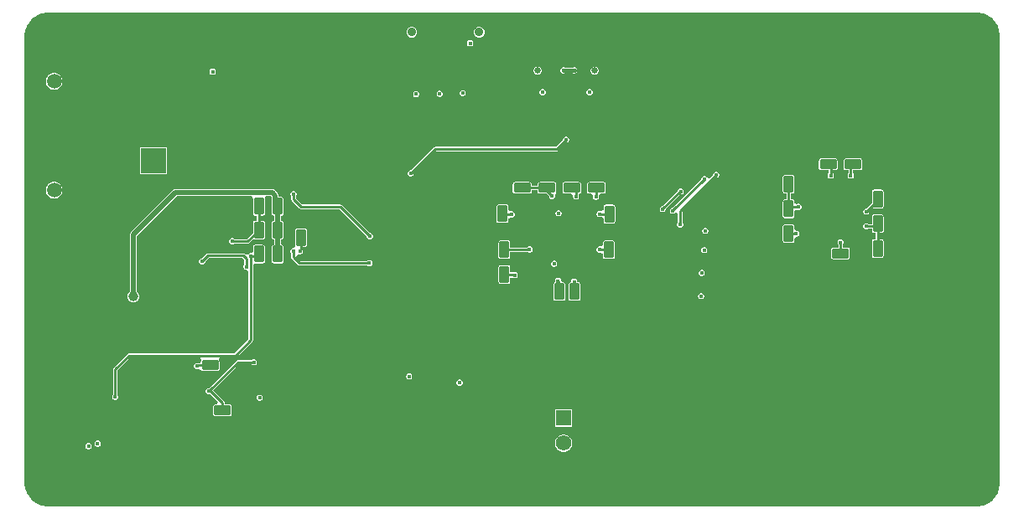
<source format=gbl>
G04*
G04 #@! TF.GenerationSoftware,Altium Limited,Altium Designer,25.4.2 (15)*
G04*
G04 Layer_Physical_Order=4*
G04 Layer_Color=16711680*
%FSLAX44Y44*%
%MOMM*%
G71*
G04*
G04 #@! TF.SameCoordinates,69983CE8-C732-48D4-ACAD-208037422C18*
G04*
G04*
G04 #@! TF.FilePolarity,Positive*
G04*
G01*
G75*
%ADD21R,1.6000X5.0000*%
G04:AMPARAMS|DCode=32|XSize=1mm|YSize=1.7mm|CornerRadius=0.125mm|HoleSize=0mm|Usage=FLASHONLY|Rotation=0.000|XOffset=0mm|YOffset=0mm|HoleType=Round|Shape=RoundedRectangle|*
%AMROUNDEDRECTD32*
21,1,1.0000,1.4500,0,0,0.0*
21,1,0.7500,1.7000,0,0,0.0*
1,1,0.2500,0.3750,-0.7250*
1,1,0.2500,-0.3750,-0.7250*
1,1,0.2500,-0.3750,0.7250*
1,1,0.2500,0.3750,0.7250*
%
%ADD32ROUNDEDRECTD32*%
G04:AMPARAMS|DCode=37|XSize=1mm|YSize=1.7mm|CornerRadius=0.125mm|HoleSize=0mm|Usage=FLASHONLY|Rotation=270.000|XOffset=0mm|YOffset=0mm|HoleType=Round|Shape=RoundedRectangle|*
%AMROUNDEDRECTD37*
21,1,1.0000,1.4500,0,0,270.0*
21,1,0.7500,1.7000,0,0,270.0*
1,1,0.2500,-0.7250,-0.3750*
1,1,0.2500,-0.7250,0.3750*
1,1,0.2500,0.7250,0.3750*
1,1,0.2500,0.7250,-0.3750*
%
%ADD37ROUNDEDRECTD37*%
%ADD96C,1.5700*%
%ADD97R,1.5700X1.5700*%
%ADD102C,0.9000*%
%ADD107C,0.2540*%
%ADD110C,0.3810*%
%ADD112R,2.5500X2.5500*%
%ADD113C,2.5500*%
%ADD114C,1.5080*%
%ADD115C,0.4500*%
%ADD116C,5.0000*%
%ADD117O,1.0000X2.1000*%
%ADD118C,0.6500*%
%ADD119O,1.0000X1.8000*%
%ADD120C,1.0000*%
%ADD121C,0.5000*%
%ADD122C,0.6000*%
%ADD123C,0.5000*%
G36*
X959600Y500000D02*
X959600Y500000D01*
X962102Y500000D01*
X967009Y499024D01*
X971631Y497109D01*
X975791Y494329D01*
X979329Y490792D01*
X982109Y486631D01*
X984024Y482009D01*
X985000Y477102D01*
X985000Y474600D01*
X985000Y25400D01*
X985000Y25400D01*
X985000Y22898D01*
X984024Y17991D01*
X982109Y13369D01*
X979329Y9208D01*
X975791Y5670D01*
X971631Y2891D01*
X967009Y976D01*
X962102Y0D01*
X959600Y0D01*
X55000Y0D01*
X22898D01*
X17991Y976D01*
X13369Y2891D01*
X9208Y5670D01*
X5670Y9208D01*
X2891Y13369D01*
X976Y17991D01*
X0Y22898D01*
Y25400D01*
Y474600D01*
Y477102D01*
X976Y482009D01*
X2891Y486631D01*
X5670Y490792D01*
X9208Y494329D01*
X13369Y497109D01*
X17991Y499024D01*
X22898Y500000D01*
X959600D01*
X959600Y500000D01*
D02*
G37*
%LPC*%
G36*
X460072Y485389D02*
X457928D01*
X455947Y484569D01*
X454431Y483053D01*
X453611Y481072D01*
Y478928D01*
X454431Y476947D01*
X455947Y475431D01*
X457928Y474611D01*
X460072D01*
X462053Y475431D01*
X463569Y476947D01*
X464389Y478928D01*
Y481072D01*
X463569Y483053D01*
X462053Y484569D01*
X460072Y485389D01*
D02*
G37*
G36*
X392072D02*
X389928D01*
X387947Y484569D01*
X386431Y483053D01*
X385611Y481072D01*
Y478928D01*
X386431Y476947D01*
X387947Y475431D01*
X389928Y474611D01*
X392072D01*
X394053Y475431D01*
X395569Y476947D01*
X396389Y478928D01*
Y481072D01*
X395569Y483053D01*
X394053Y484569D01*
X392072Y485389D01*
D02*
G37*
G36*
X450624Y471889D02*
X449376D01*
X448222Y471411D01*
X447339Y470528D01*
X446861Y469374D01*
Y468126D01*
X447339Y466972D01*
X448222Y466089D01*
X449376Y465611D01*
X450624D01*
X451778Y466089D01*
X452661Y466972D01*
X453139Y468126D01*
Y469374D01*
X452661Y470528D01*
X451778Y471411D01*
X450624Y471889D01*
D02*
G37*
G36*
X555624Y444389D02*
X554376D01*
X553675Y444099D01*
X545575D01*
X544874Y444389D01*
X543626D01*
X542472Y443911D01*
X541589Y443028D01*
X541111Y441874D01*
Y440626D01*
X541589Y439472D01*
X542472Y438589D01*
X543626Y438111D01*
X544874D01*
X545575Y438401D01*
X553675D01*
X554376Y438111D01*
X555624D01*
X556778Y438589D01*
X557661Y439472D01*
X558139Y440626D01*
Y441874D01*
X557661Y443028D01*
X556778Y443911D01*
X555624Y444389D01*
D02*
G37*
G36*
X190624Y443139D02*
X189376D01*
X188222Y442661D01*
X187339Y441778D01*
X186861Y440624D01*
Y439376D01*
X187339Y438222D01*
X188222Y437339D01*
X189376Y436861D01*
X190624D01*
X191778Y437339D01*
X192661Y438222D01*
X193139Y439376D01*
Y440624D01*
X192661Y441778D01*
X191778Y442661D01*
X190624Y443139D01*
D02*
G37*
G36*
X576723Y445114D02*
X575077D01*
X573555Y444484D01*
X572391Y443320D01*
X571761Y441798D01*
Y440152D01*
X572391Y438630D01*
X573555Y437466D01*
X575077Y436836D01*
X576723D01*
X578245Y437466D01*
X579409Y438630D01*
X580039Y440152D01*
Y441798D01*
X579409Y443320D01*
X578245Y444484D01*
X576723Y445114D01*
D02*
G37*
G36*
X518923D02*
X517277D01*
X515755Y444484D01*
X514591Y443320D01*
X513961Y441798D01*
Y440152D01*
X514591Y438630D01*
X515755Y437466D01*
X517277Y436836D01*
X518923D01*
X520444Y437466D01*
X521609Y438630D01*
X522239Y440152D01*
Y441798D01*
X521609Y443320D01*
X520444Y444484D01*
X518923Y445114D01*
D02*
G37*
G36*
X31110Y438429D02*
X28890D01*
X26746Y437855D01*
X24825Y436745D01*
X23255Y435176D01*
X22145Y433254D01*
X21571Y431110D01*
Y428890D01*
X22145Y426746D01*
X23255Y424824D01*
X24825Y423255D01*
X26746Y422145D01*
X28890Y421571D01*
X31110D01*
X33254Y422145D01*
X35175Y423255D01*
X36745Y424824D01*
X37855Y426746D01*
X38429Y428890D01*
Y431110D01*
X37855Y433254D01*
X36745Y435176D01*
X35175Y436745D01*
X33254Y437855D01*
X31110Y438429D01*
D02*
G37*
G36*
X571374Y422389D02*
X570126D01*
X568972Y421911D01*
X568089Y421028D01*
X567611Y419874D01*
Y418626D01*
X568089Y417472D01*
X568972Y416589D01*
X570126Y416111D01*
X571374D01*
X572528Y416589D01*
X573411Y417472D01*
X573889Y418626D01*
Y419874D01*
X573411Y421028D01*
X572528Y421911D01*
X571374Y422389D01*
D02*
G37*
G36*
X523624D02*
X522376D01*
X521222Y421911D01*
X520339Y421028D01*
X519861Y419874D01*
Y418626D01*
X520339Y417472D01*
X521222Y416589D01*
X522376Y416111D01*
X523624D01*
X524778Y416589D01*
X525661Y417472D01*
X526139Y418626D01*
Y419874D01*
X525661Y421028D01*
X524778Y421911D01*
X523624Y422389D01*
D02*
G37*
G36*
X443124Y421389D02*
X441876D01*
X440722Y420911D01*
X439839Y420028D01*
X439361Y418874D01*
Y417626D01*
X439839Y416472D01*
X440722Y415589D01*
X441876Y415111D01*
X443124D01*
X444278Y415589D01*
X445161Y416472D01*
X445639Y417626D01*
Y418874D01*
X445161Y420028D01*
X444278Y420911D01*
X443124Y421389D01*
D02*
G37*
G36*
X419874Y420639D02*
X418626D01*
X417472Y420161D01*
X416589Y419278D01*
X416111Y418124D01*
Y416876D01*
X416589Y415722D01*
X417472Y414839D01*
X418626Y414361D01*
X419874D01*
X421028Y414839D01*
X421911Y415722D01*
X422389Y416876D01*
Y418124D01*
X421911Y419278D01*
X421028Y420161D01*
X419874Y420639D01*
D02*
G37*
G36*
X396124Y420389D02*
X394876D01*
X393722Y419911D01*
X392839Y419028D01*
X392361Y417874D01*
Y416626D01*
X392839Y415472D01*
X393722Y414589D01*
X394876Y414111D01*
X396124D01*
X397278Y414589D01*
X398161Y415472D01*
X398639Y416626D01*
Y417874D01*
X398161Y419028D01*
X397278Y419911D01*
X396124Y420389D01*
D02*
G37*
G36*
X143639Y363639D02*
X116361D01*
Y336361D01*
X143639D01*
Y363639D01*
D02*
G37*
G36*
X547624Y374389D02*
X546376D01*
X545222Y373911D01*
X544339Y373028D01*
X543861Y371874D01*
Y371224D01*
X536588Y363951D01*
X414500D01*
X413658Y363784D01*
X412943Y363307D01*
X390026Y340389D01*
X389376D01*
X388222Y339911D01*
X387339Y339028D01*
X386861Y337874D01*
Y336626D01*
X387339Y335472D01*
X388222Y334589D01*
X389376Y334111D01*
X390624D01*
X391778Y334589D01*
X392661Y335472D01*
X393139Y336626D01*
Y337276D01*
X415412Y359549D01*
X537500D01*
X538342Y359716D01*
X539057Y360193D01*
X546974Y368111D01*
X547624D01*
X548778Y368589D01*
X549661Y369472D01*
X550139Y370626D01*
Y371874D01*
X549661Y373028D01*
X548778Y373911D01*
X547624Y374389D01*
D02*
G37*
G36*
X699124Y338889D02*
X697876D01*
X696722Y338411D01*
X695839Y337528D01*
X695361Y336374D01*
Y335724D01*
X692057Y332420D01*
X691836Y332393D01*
X689209Y333164D01*
X689161Y333278D01*
X688278Y334161D01*
X687124Y334639D01*
X685876D01*
X684722Y334161D01*
X683839Y333278D01*
X683361Y332124D01*
Y331224D01*
X654526Y302389D01*
X654126D01*
X652972Y301911D01*
X652089Y301028D01*
X651611Y299874D01*
Y298626D01*
X652089Y297472D01*
X652972Y296589D01*
X654126Y296111D01*
X655374D01*
X656528Y296589D01*
X657259Y297320D01*
X658000Y297257D01*
X659799Y296599D01*
Y287738D01*
X659339Y287278D01*
X658861Y286124D01*
Y284876D01*
X659339Y283722D01*
X660222Y282839D01*
X661376Y282361D01*
X662624D01*
X663778Y282839D01*
X664661Y283722D01*
X665139Y284876D01*
Y286124D01*
X664661Y287278D01*
X664201Y287738D01*
Y298338D01*
X698474Y332611D01*
X699124D01*
X700278Y333089D01*
X701161Y333972D01*
X701639Y335126D01*
Y336374D01*
X701161Y337528D01*
X700278Y338411D01*
X699124Y338889D01*
D02*
G37*
G36*
X843750Y352181D02*
X829250D01*
X828415Y352015D01*
X827708Y351542D01*
X827235Y350835D01*
X827069Y350000D01*
Y342500D01*
X827235Y341665D01*
X827708Y340958D01*
X828415Y340485D01*
X829250Y340319D01*
X832049D01*
Y337238D01*
X831589Y336778D01*
X831111Y335624D01*
Y334376D01*
X831589Y333222D01*
X832472Y332339D01*
X833626Y331861D01*
X834874D01*
X836028Y332339D01*
X836911Y333222D01*
X837389Y334376D01*
Y335624D01*
X836911Y336778D01*
X836451Y337238D01*
Y340319D01*
X843750D01*
X844585Y340485D01*
X845292Y340958D01*
X845765Y341665D01*
X845931Y342500D01*
Y350000D01*
X845765Y350835D01*
X845292Y351542D01*
X844585Y352015D01*
X843750Y352181D01*
D02*
G37*
G36*
X818750D02*
X804250D01*
X803415Y352015D01*
X802708Y351542D01*
X802235Y350835D01*
X802069Y350000D01*
Y342500D01*
X802235Y341665D01*
X802708Y340958D01*
X803415Y340485D01*
X804250Y340319D01*
X811799D01*
Y337238D01*
X811339Y336778D01*
X810861Y335624D01*
Y334376D01*
X811339Y333222D01*
X812222Y332339D01*
X813376Y331861D01*
X814624D01*
X815778Y332339D01*
X816661Y333222D01*
X817139Y334376D01*
Y335624D01*
X816661Y336778D01*
X816201Y337238D01*
Y340319D01*
X818750D01*
X819585Y340485D01*
X820292Y340958D01*
X820765Y341665D01*
X820931Y342500D01*
Y350000D01*
X820765Y350835D01*
X820292Y351542D01*
X819585Y352015D01*
X818750Y352181D01*
D02*
G37*
G36*
X534750Y328431D02*
X520250D01*
X519415Y328265D01*
X518708Y327792D01*
X518235Y327085D01*
X518069Y326250D01*
Y324701D01*
X511931D01*
Y326250D01*
X511765Y327085D01*
X511292Y327792D01*
X510585Y328265D01*
X509750Y328431D01*
X495250D01*
X494415Y328265D01*
X493708Y327792D01*
X493235Y327085D01*
X493069Y326250D01*
Y318750D01*
X493235Y317915D01*
X493708Y317208D01*
X494415Y316735D01*
X495250Y316569D01*
X509750D01*
X510585Y316735D01*
X511292Y317208D01*
X511765Y317915D01*
X511931Y318750D01*
Y320299D01*
X518069D01*
Y318750D01*
X518235Y317915D01*
X518708Y317208D01*
X519415Y316735D01*
X520250Y316569D01*
X527068D01*
X529611Y314026D01*
Y313376D01*
X530089Y312222D01*
X530972Y311339D01*
X532126Y310861D01*
X533374D01*
X534528Y311339D01*
X535411Y312222D01*
X535889Y313376D01*
Y314624D01*
X535663Y316188D01*
X536292Y317208D01*
X536765Y317915D01*
X536931Y318750D01*
Y326250D01*
X536765Y327085D01*
X536292Y327792D01*
X535585Y328265D01*
X534750Y328431D01*
D02*
G37*
G36*
X31110Y328429D02*
X28890D01*
X26746Y327855D01*
X24825Y326745D01*
X23255Y325176D01*
X22145Y323254D01*
X21571Y321110D01*
Y318890D01*
X22145Y316747D01*
X23255Y314825D01*
X24825Y313255D01*
X26746Y312146D01*
X28890Y311571D01*
X31110D01*
X33254Y312146D01*
X35175Y313255D01*
X36745Y314825D01*
X37855Y316747D01*
X38429Y318890D01*
Y321110D01*
X37855Y323254D01*
X36745Y325176D01*
X35175Y326745D01*
X33254Y327855D01*
X31110Y328429D01*
D02*
G37*
G36*
X559750Y328431D02*
X545250D01*
X544415Y328265D01*
X543708Y327792D01*
X543235Y327085D01*
X543069Y326250D01*
Y318750D01*
X543235Y317915D01*
X543708Y317208D01*
X544415Y316735D01*
X545250Y316569D01*
X551811D01*
X553611Y314374D01*
Y313126D01*
X554089Y311972D01*
X554972Y311089D01*
X556126Y310611D01*
X557374D01*
X558528Y311089D01*
X559411Y311972D01*
X559889Y313126D01*
Y314374D01*
X560523Y316525D01*
X561263Y317189D01*
X561292Y317208D01*
X561765Y317915D01*
X561931Y318750D01*
Y326250D01*
X561765Y327085D01*
X561292Y327792D01*
X560585Y328265D01*
X559750Y328431D01*
D02*
G37*
G36*
X584750D02*
X570250D01*
X569415Y328265D01*
X568708Y327792D01*
X568235Y327085D01*
X568069Y326250D01*
Y318750D01*
X568235Y317915D01*
X568708Y317208D01*
X569415Y316735D01*
X570250Y316569D01*
X572311D01*
X573861Y314124D01*
Y312876D01*
X574339Y311722D01*
X575222Y310839D01*
X576376Y310361D01*
X577624D01*
X578778Y310839D01*
X579661Y311722D01*
X580139Y312876D01*
Y314124D01*
X581632Y316569D01*
X584750D01*
X585585Y316735D01*
X586292Y317208D01*
X586765Y317915D01*
X586931Y318750D01*
Y326250D01*
X586765Y327085D01*
X586292Y327792D01*
X585585Y328265D01*
X584750Y328431D01*
D02*
G37*
G36*
X865250Y320681D02*
X857750D01*
X856915Y320515D01*
X856208Y320042D01*
X855735Y319335D01*
X855569Y318500D01*
Y307432D01*
X849776Y301639D01*
X849126D01*
X847972Y301161D01*
X847089Y300278D01*
X846611Y299124D01*
Y297876D01*
X847089Y296722D01*
X847972Y295839D01*
X849126Y295361D01*
X850374D01*
X851528Y295839D01*
X852411Y296722D01*
X852889Y297876D01*
Y298526D01*
X856575Y302212D01*
X856915Y301985D01*
X857750Y301819D01*
X865250D01*
X866085Y301985D01*
X866792Y302458D01*
X867265Y303165D01*
X867431Y304000D01*
Y318500D01*
X867265Y319335D01*
X866792Y320042D01*
X866085Y320515D01*
X865250Y320681D01*
D02*
G37*
G36*
X775250Y335681D02*
X767750D01*
X766915Y335515D01*
X766208Y335042D01*
X765735Y334335D01*
X765569Y333500D01*
Y319000D01*
X765735Y318165D01*
X766208Y317458D01*
X766915Y316985D01*
X767750Y316819D01*
X769299D01*
Y310681D01*
X767750D01*
X766915Y310515D01*
X766208Y310042D01*
X765735Y309335D01*
X765569Y308500D01*
Y294000D01*
X765735Y293165D01*
X766208Y292458D01*
X766915Y291985D01*
X767750Y291819D01*
X775250D01*
X776085Y291985D01*
X776792Y292458D01*
X777265Y293165D01*
X777431Y294000D01*
Y299038D01*
X778239Y299652D01*
X779971Y300382D01*
X780626Y300111D01*
X781874D01*
X783028Y300589D01*
X783911Y301472D01*
X784389Y302626D01*
Y303874D01*
X783911Y305028D01*
X783028Y305911D01*
X781874Y306389D01*
X780626D01*
X779971Y306118D01*
X778239Y306848D01*
X777431Y307462D01*
Y308500D01*
X777265Y309335D01*
X776792Y310042D01*
X776085Y310515D01*
X775250Y310681D01*
X773701D01*
Y316819D01*
X775250D01*
X776085Y316985D01*
X776792Y317458D01*
X777265Y318165D01*
X777431Y319000D01*
Y333500D01*
X777265Y334335D01*
X776792Y335042D01*
X776085Y335515D01*
X775250Y335681D01*
D02*
G37*
G36*
X594250Y305431D02*
X586750D01*
X585915Y305265D01*
X585208Y304792D01*
X584735Y304085D01*
X584569Y303250D01*
Y300212D01*
X583761Y299598D01*
X582029Y298868D01*
X581374Y299139D01*
X580126D01*
X578972Y298661D01*
X578089Y297778D01*
X577611Y296624D01*
Y295376D01*
X578089Y294222D01*
X578972Y293339D01*
X580126Y292861D01*
X581374D01*
X582029Y293132D01*
X583761Y292402D01*
X584569Y291788D01*
Y288750D01*
X584735Y287915D01*
X585208Y287208D01*
X585915Y286735D01*
X586750Y286569D01*
X594250D01*
X595085Y286735D01*
X595792Y287208D01*
X596265Y287915D01*
X596431Y288750D01*
Y303250D01*
X596265Y304085D01*
X595792Y304792D01*
X595085Y305265D01*
X594250Y305431D01*
D02*
G37*
G36*
X663078Y321889D02*
X661829D01*
X660676Y321411D01*
X659793Y320528D01*
X659315Y319374D01*
Y319223D01*
X644231Y304139D01*
X643876D01*
X642722Y303661D01*
X641839Y302778D01*
X641361Y301624D01*
Y300376D01*
X641839Y299222D01*
X642722Y298339D01*
X643876Y297861D01*
X645124D01*
X646278Y298339D01*
X647161Y299222D01*
X647639Y300376D01*
Y301321D01*
X661929Y315611D01*
X663078D01*
X664232Y316089D01*
X665115Y316972D01*
X665593Y318126D01*
Y319374D01*
X665115Y320528D01*
X664232Y321411D01*
X663078Y321889D01*
D02*
G37*
G36*
X539874Y299889D02*
X538626D01*
X537472Y299411D01*
X536589Y298528D01*
X536111Y297374D01*
Y296126D01*
X536589Y294972D01*
X537472Y294089D01*
X538626Y293611D01*
X539874D01*
X541028Y294089D01*
X541911Y294972D01*
X542389Y296126D01*
Y297374D01*
X541911Y298528D01*
X541028Y299411D01*
X539874Y299889D01*
D02*
G37*
G36*
X486500Y305681D02*
X479000D01*
X478165Y305515D01*
X477458Y305042D01*
X476985Y304335D01*
X476819Y303500D01*
Y289000D01*
X476985Y288165D01*
X477458Y287458D01*
X478165Y286985D01*
X479000Y286819D01*
X486500D01*
X487335Y286985D01*
X488042Y287458D01*
X488515Y288165D01*
X488681Y289000D01*
Y291187D01*
X488859Y291407D01*
X491221Y292675D01*
X491376Y292611D01*
X492624D01*
X493778Y293089D01*
X494661Y293972D01*
X495139Y295126D01*
Y296374D01*
X494661Y297528D01*
X493778Y298411D01*
X492624Y298889D01*
X491376D01*
X491221Y298825D01*
X488859Y300093D01*
X488681Y300313D01*
Y303500D01*
X488515Y304335D01*
X488042Y305042D01*
X487335Y305515D01*
X486500Y305681D01*
D02*
G37*
G36*
X865250Y295681D02*
X857750D01*
X856915Y295515D01*
X856208Y295042D01*
X855735Y294335D01*
X855569Y293500D01*
Y285701D01*
X851988D01*
X851528Y286161D01*
X850374Y286639D01*
X849126D01*
X847972Y286161D01*
X847089Y285278D01*
X846611Y284124D01*
Y282876D01*
X847089Y281722D01*
X847972Y280839D01*
X849126Y280361D01*
X850374D01*
X851528Y280839D01*
X851988Y281299D01*
X855569D01*
Y279000D01*
X855735Y278165D01*
X856208Y277458D01*
X856915Y276985D01*
X857750Y276819D01*
X859299D01*
Y270681D01*
X857750D01*
X856915Y270515D01*
X856208Y270042D01*
X855735Y269335D01*
X855569Y268500D01*
Y254000D01*
X855735Y253165D01*
X856208Y252458D01*
X856915Y251985D01*
X857750Y251819D01*
X865250D01*
X866085Y251985D01*
X866792Y252458D01*
X867265Y253165D01*
X867431Y254000D01*
Y268500D01*
X867265Y269335D01*
X866792Y270042D01*
X866085Y270515D01*
X865250Y270681D01*
X863701D01*
Y276819D01*
X865250D01*
X866085Y276985D01*
X866792Y277458D01*
X867265Y278165D01*
X867431Y279000D01*
Y293500D01*
X867265Y294335D01*
X866792Y295042D01*
X866085Y295515D01*
X865250Y295681D01*
D02*
G37*
G36*
X688124Y282139D02*
X686876D01*
X685722Y281661D01*
X684839Y280778D01*
X684361Y279624D01*
Y278376D01*
X684839Y277222D01*
X685722Y276339D01*
X686876Y275861D01*
X688124D01*
X689278Y276339D01*
X690161Y277222D01*
X690639Y278376D01*
Y279624D01*
X690161Y280778D01*
X689278Y281661D01*
X688124Y282139D01*
D02*
G37*
G36*
X272374Y319389D02*
X271126D01*
X269972Y318911D01*
X269089Y318028D01*
X268611Y316874D01*
Y315626D01*
X269089Y314472D01*
X269549Y314012D01*
Y311000D01*
X269716Y310158D01*
X270194Y309443D01*
X277943Y301693D01*
X278658Y301216D01*
X279500Y301049D01*
X318338D01*
X345611Y273776D01*
Y273126D01*
X346089Y271972D01*
X346972Y271089D01*
X348126Y270611D01*
X349374D01*
X350528Y271089D01*
X351411Y271972D01*
X351889Y273126D01*
Y274374D01*
X351411Y275528D01*
X350528Y276411D01*
X349374Y276889D01*
X348724D01*
X320807Y304806D01*
X320092Y305284D01*
X319250Y305451D01*
X280412D01*
X273951Y311912D01*
Y314012D01*
X274411Y314472D01*
X274889Y315626D01*
Y316874D01*
X274411Y318028D01*
X273528Y318911D01*
X272374Y319389D01*
D02*
G37*
G36*
X775250Y285681D02*
X767750D01*
X766915Y285515D01*
X766208Y285042D01*
X765735Y284335D01*
X765569Y283500D01*
Y269000D01*
X765735Y268165D01*
X766208Y267458D01*
X766915Y266985D01*
X767750Y266819D01*
X775250D01*
X776085Y266985D01*
X776792Y267458D01*
X777265Y268165D01*
X777431Y269000D01*
Y270607D01*
X778626Y272861D01*
X779874D01*
X781028Y273339D01*
X781911Y274222D01*
X782389Y275376D01*
Y276624D01*
X781911Y277778D01*
X781028Y278661D01*
X779874Y279139D01*
X778626D01*
X777431Y281393D01*
Y283500D01*
X777265Y284335D01*
X776792Y285042D01*
X776085Y285515D01*
X775250Y285681D01*
D02*
G37*
G36*
X593750Y269431D02*
X586250D01*
X585415Y269265D01*
X584708Y268792D01*
X584235Y268085D01*
X584069Y267250D01*
Y264725D01*
X583891Y264505D01*
X581529Y263237D01*
X581374Y263301D01*
X580126D01*
X578972Y262823D01*
X578089Y261940D01*
X577611Y260786D01*
Y259538D01*
X578089Y258384D01*
X578972Y257501D01*
X580126Y257023D01*
X581374D01*
X581529Y257087D01*
X583891Y255819D01*
X584069Y255599D01*
Y252750D01*
X584235Y251915D01*
X584708Y251208D01*
X585415Y250735D01*
X586250Y250569D01*
X593750D01*
X594585Y250735D01*
X595292Y251208D01*
X595765Y251915D01*
X595931Y252750D01*
Y267250D01*
X595765Y268085D01*
X595292Y268792D01*
X594585Y269265D01*
X593750Y269431D01*
D02*
G37*
G36*
X282890Y281621D02*
X275390D01*
X274555Y281455D01*
X273848Y280982D01*
X273375Y280275D01*
X273209Y279440D01*
Y264940D01*
X273375Y264105D01*
X273592Y263780D01*
X272871Y262309D01*
X272230Y261595D01*
X272124Y261639D01*
X270876D01*
X269722Y261161D01*
X268839Y260278D01*
X268361Y259124D01*
Y257876D01*
X268839Y256722D01*
X269359Y256202D01*
Y252440D01*
X269526Y251598D01*
X270004Y250883D01*
X276194Y244693D01*
X276908Y244216D01*
X277750Y244049D01*
X346012D01*
X346472Y243589D01*
X347626Y243111D01*
X348874D01*
X350028Y243589D01*
X350911Y244472D01*
X351389Y245626D01*
Y246874D01*
X350911Y248028D01*
X350028Y248911D01*
X348874Y249389D01*
X347626D01*
X346472Y248911D01*
X346012Y248451D01*
X278662D01*
X274469Y252644D01*
X274677Y254134D01*
X275044Y254483D01*
X277264Y255511D01*
X277626Y255361D01*
X278874D01*
X280028Y255839D01*
X280911Y256722D01*
X281389Y257876D01*
Y259124D01*
X281144Y259715D01*
X281146Y259725D01*
Y262759D01*
X282890D01*
X283725Y262925D01*
X284432Y263398D01*
X284905Y264105D01*
X285071Y264940D01*
Y279440D01*
X284905Y280275D01*
X284432Y280982D01*
X283725Y281455D01*
X282890Y281621D01*
D02*
G37*
G36*
X488250Y269431D02*
X480750D01*
X479915Y269265D01*
X479208Y268792D01*
X478735Y268085D01*
X478569Y267250D01*
Y252750D01*
X478735Y251915D01*
X479208Y251208D01*
X479915Y250735D01*
X480750Y250569D01*
X488250D01*
X489085Y250735D01*
X489792Y251208D01*
X490265Y251915D01*
X490431Y252750D01*
Y257799D01*
X507762D01*
X508222Y257339D01*
X509376Y256861D01*
X510624D01*
X511778Y257339D01*
X512661Y258222D01*
X513139Y259376D01*
Y260624D01*
X512661Y261778D01*
X511778Y262661D01*
X510624Y263139D01*
X509376D01*
X508222Y262661D01*
X507762Y262201D01*
X490431D01*
Y267250D01*
X490265Y268085D01*
X489792Y268792D01*
X489085Y269265D01*
X488250Y269431D01*
D02*
G37*
G36*
X686874Y262639D02*
X685626D01*
X684472Y262161D01*
X683589Y261278D01*
X683111Y260124D01*
Y258876D01*
X683589Y257722D01*
X684472Y256839D01*
X685626Y256361D01*
X686874D01*
X688028Y256839D01*
X688911Y257722D01*
X689389Y258876D01*
Y260124D01*
X688911Y261278D01*
X688028Y262161D01*
X686874Y262639D01*
D02*
G37*
G36*
X240500Y264931D02*
X233000D01*
X232165Y264765D01*
X231458Y264292D01*
X230985Y263585D01*
X230819Y262750D01*
Y258436D01*
X229124Y256389D01*
X227876D01*
X226722Y255911D01*
X225839Y255028D01*
X223088Y255025D01*
X222648Y255466D01*
X221933Y255943D01*
X221091Y256110D01*
X185409D01*
X184567Y255943D01*
X183853Y255466D01*
X179526Y251139D01*
X178876D01*
X177722Y250661D01*
X176839Y249778D01*
X176361Y248624D01*
Y247376D01*
X176839Y246222D01*
X177722Y245339D01*
X178876Y244861D01*
X180124D01*
X181278Y245339D01*
X182161Y246222D01*
X182639Y247376D01*
Y248026D01*
X186321Y251708D01*
X220179D01*
X221799Y250088D01*
Y244988D01*
X221339Y244528D01*
X220861Y243374D01*
Y242126D01*
X221339Y240972D01*
X222222Y240089D01*
X223376Y239611D01*
X224624D01*
X226299Y237555D01*
Y169412D01*
X212088Y155201D01*
X105750D01*
X104908Y155034D01*
X104193Y154557D01*
X90194Y140556D01*
X89716Y139842D01*
X89549Y139000D01*
Y113531D01*
X88973Y112956D01*
X88495Y111802D01*
Y110553D01*
X88973Y109400D01*
X89856Y108517D01*
X91010Y108039D01*
X92259D01*
X93413Y108517D01*
X94296Y109400D01*
X94773Y110553D01*
Y111802D01*
X94296Y112956D01*
X93951Y113300D01*
Y138088D01*
X106662Y150799D01*
X177887D01*
X178708Y148292D01*
X178235Y147585D01*
X178069Y146750D01*
Y145201D01*
X175530D01*
X175393Y145174D01*
X174874Y145389D01*
X173626D01*
X172472Y144911D01*
X171589Y144028D01*
X171111Y142874D01*
Y141626D01*
X171589Y140472D01*
X172472Y139589D01*
X173626Y139111D01*
X174874D01*
X175529Y139382D01*
X175975Y139359D01*
X177884Y138602D01*
X178151Y138460D01*
X178320Y138288D01*
X178708Y137708D01*
X179415Y137235D01*
X180250Y137069D01*
X194750D01*
X195585Y137235D01*
X196292Y137708D01*
X196765Y138415D01*
X196931Y139250D01*
Y146750D01*
X196765Y147585D01*
X196292Y148292D01*
X197113Y150799D01*
X213000D01*
X213842Y150966D01*
X214557Y151444D01*
X230056Y166943D01*
X230534Y167658D01*
X230701Y168500D01*
Y244158D01*
X231039Y244638D01*
X233000Y246069D01*
X240500D01*
X241335Y246235D01*
X242042Y246708D01*
X242515Y247415D01*
X242681Y248250D01*
Y262750D01*
X242515Y263585D01*
X242042Y264292D01*
X241335Y264765D01*
X240500Y264931D01*
D02*
G37*
G36*
X824624Y270389D02*
X823376D01*
X822222Y269911D01*
X821339Y269028D01*
X820861Y267874D01*
Y266626D01*
X821339Y265472D01*
X821799Y265012D01*
Y262181D01*
X816750D01*
X815915Y262015D01*
X815208Y261542D01*
X814735Y260835D01*
X814569Y260000D01*
Y252500D01*
X814735Y251665D01*
X815208Y250958D01*
X815915Y250485D01*
X816750Y250319D01*
X831250D01*
X832085Y250485D01*
X832792Y250958D01*
X833265Y251665D01*
X833431Y252500D01*
Y260000D01*
X833265Y260835D01*
X832792Y261542D01*
X832085Y262015D01*
X831250Y262181D01*
X826201D01*
Y265012D01*
X826661Y265472D01*
X827139Y266626D01*
Y267874D01*
X826661Y269028D01*
X825778Y269911D01*
X824624Y270389D01*
D02*
G37*
G36*
X250321Y320955D02*
X152500D01*
X151178Y320692D01*
X150057Y319943D01*
X107557Y277443D01*
X106808Y276322D01*
X106545Y275000D01*
Y217373D01*
X105008Y215836D01*
X104111Y213671D01*
Y211329D01*
X105008Y209164D01*
X106664Y207508D01*
X108829Y206611D01*
X111171D01*
X113336Y207508D01*
X114993Y209164D01*
X115889Y211329D01*
Y213671D01*
X114993Y215836D01*
X113455Y217373D01*
Y273569D01*
X153931Y314045D01*
X229483D01*
X230637Y312347D01*
X230919Y311505D01*
X230819Y311000D01*
Y296500D01*
X230985Y295665D01*
X231458Y294958D01*
X232165Y294485D01*
X233000Y294319D01*
X234549D01*
Y289181D01*
X233000D01*
X232165Y289015D01*
X231458Y288542D01*
X230985Y287835D01*
X230819Y287000D01*
Y276932D01*
X224588Y270701D01*
X211988D01*
X211528Y271161D01*
X210374Y271639D01*
X209126D01*
X207972Y271161D01*
X207089Y270278D01*
X206611Y269124D01*
Y267876D01*
X207089Y266722D01*
X207972Y265839D01*
X209126Y265361D01*
X210374D01*
X211528Y265839D01*
X211988Y266299D01*
X225500D01*
X226342Y266466D01*
X227057Y266943D01*
X231106Y270993D01*
X231458Y270958D01*
X232165Y270485D01*
X233000Y270319D01*
X240500D01*
X241335Y270485D01*
X242042Y270958D01*
X242515Y271665D01*
X242681Y272500D01*
Y287000D01*
X242515Y287835D01*
X242042Y288542D01*
X241335Y289015D01*
X240500Y289181D01*
X238951D01*
Y294319D01*
X240500D01*
X241335Y294485D01*
X242042Y294958D01*
X242515Y295665D01*
X242681Y296500D01*
Y311000D01*
X242581Y311505D01*
X242863Y312347D01*
X244017Y314045D01*
X248890D01*
X249795Y313140D01*
Y306250D01*
X249819Y306127D01*
Y296500D01*
X249985Y295665D01*
X250458Y294958D01*
X251165Y294485D01*
X252000Y294319D01*
X252295D01*
Y289181D01*
X252000D01*
X251165Y289015D01*
X250458Y288542D01*
X249985Y287835D01*
X249819Y287000D01*
Y272500D01*
X249985Y271665D01*
X250458Y270958D01*
X251165Y270485D01*
X252000Y270319D01*
X252295D01*
Y264931D01*
X252000D01*
X251165Y264765D01*
X250458Y264292D01*
X249985Y263585D01*
X249819Y262750D01*
Y248250D01*
X249985Y247415D01*
X250458Y246708D01*
X251165Y246235D01*
X252000Y246069D01*
X259500D01*
X260335Y246235D01*
X261042Y246708D01*
X261515Y247415D01*
X261681Y248250D01*
Y262750D01*
X261515Y263585D01*
X261042Y264292D01*
X260335Y264765D01*
X259500Y264931D01*
X259205D01*
Y270319D01*
X259500D01*
X260335Y270485D01*
X261042Y270958D01*
X261515Y271665D01*
X261681Y272500D01*
Y287000D01*
X261515Y287835D01*
X261042Y288542D01*
X260335Y289015D01*
X259500Y289181D01*
X259205D01*
Y294319D01*
X259500D01*
X260335Y294485D01*
X261042Y294958D01*
X261515Y295665D01*
X261681Y296500D01*
Y311000D01*
X261515Y311835D01*
X261042Y312542D01*
X260335Y313015D01*
X259500Y313181D01*
X256705D01*
Y314571D01*
X256442Y315893D01*
X255693Y317014D01*
X252764Y319943D01*
X251643Y320692D01*
X250321Y320955D01*
D02*
G37*
G36*
X535374Y248889D02*
X534126D01*
X532972Y248411D01*
X532089Y247528D01*
X531611Y246374D01*
Y245126D01*
X532089Y243972D01*
X532972Y243089D01*
X534126Y242611D01*
X535374D01*
X536528Y243089D01*
X537411Y243972D01*
X537889Y245126D01*
Y246374D01*
X537411Y247528D01*
X536528Y248411D01*
X535374Y248889D01*
D02*
G37*
G36*
X684374Y239389D02*
X683126D01*
X681972Y238911D01*
X681089Y238028D01*
X680611Y236874D01*
Y235626D01*
X681089Y234472D01*
X681972Y233589D01*
X683126Y233111D01*
X684374D01*
X685528Y233589D01*
X686411Y234472D01*
X686889Y235626D01*
Y236874D01*
X686411Y238028D01*
X685528Y238911D01*
X684374Y239389D01*
D02*
G37*
G36*
X488250Y244431D02*
X480750D01*
X479915Y244265D01*
X479208Y243792D01*
X478735Y243085D01*
X478569Y242250D01*
Y227750D01*
X478735Y226915D01*
X479208Y226208D01*
X479915Y225735D01*
X480750Y225569D01*
X488250D01*
X489085Y225735D01*
X489792Y226208D01*
X490265Y226915D01*
X490431Y227750D01*
Y230946D01*
X492971Y231840D01*
X493222Y231589D01*
X494376Y231111D01*
X495624D01*
X496778Y231589D01*
X497661Y232472D01*
X498139Y233626D01*
Y234874D01*
X497661Y236028D01*
X496778Y236911D01*
X495624Y237389D01*
X494376D01*
X493923Y237201D01*
X490431D01*
Y242250D01*
X490265Y243085D01*
X489792Y243792D01*
X489085Y244265D01*
X488250Y244431D01*
D02*
G37*
G36*
X683874Y216139D02*
X682626D01*
X681472Y215661D01*
X680589Y214778D01*
X680111Y213624D01*
Y212376D01*
X680589Y211222D01*
X681472Y210339D01*
X682626Y209861D01*
X683874D01*
X685028Y210339D01*
X685911Y211222D01*
X686389Y212376D01*
Y213624D01*
X685911Y214778D01*
X685028Y215661D01*
X683874Y216139D01*
D02*
G37*
G36*
X555624Y230639D02*
X554376D01*
X553222Y230161D01*
X552339Y229278D01*
X551861Y228124D01*
Y226931D01*
X551750D01*
X550915Y226765D01*
X550208Y226292D01*
X549735Y225585D01*
X549569Y224750D01*
Y210250D01*
X549735Y209415D01*
X550208Y208708D01*
X550915Y208235D01*
X551750Y208069D01*
X559250D01*
X560085Y208235D01*
X560792Y208708D01*
X561265Y209415D01*
X561431Y210250D01*
Y224750D01*
X561265Y225585D01*
X560792Y226292D01*
X560085Y226765D01*
X559250Y226931D01*
X558139D01*
Y228124D01*
X557661Y229278D01*
X556778Y230161D01*
X555624Y230639D01*
D02*
G37*
G36*
X539374Y231389D02*
X538126D01*
X536972Y230911D01*
X536089Y230028D01*
X535611Y228874D01*
Y227626D01*
X535727Y227347D01*
X535415Y226765D01*
X534708Y226292D01*
X534235Y225585D01*
X534069Y224750D01*
Y210250D01*
X534235Y209415D01*
X534708Y208708D01*
X535415Y208235D01*
X536250Y208069D01*
X543750D01*
X544585Y208235D01*
X545292Y208708D01*
X545765Y209415D01*
X545931Y210250D01*
Y224750D01*
X545765Y225585D01*
X545292Y226292D01*
X544585Y226765D01*
X544236Y226834D01*
X541889Y227626D01*
Y228874D01*
X541411Y230028D01*
X540528Y230911D01*
X539374Y231389D01*
D02*
G37*
G36*
X232124Y149139D02*
X230876D01*
X229722Y148661D01*
X229262Y148201D01*
X215500D01*
X214658Y148034D01*
X213944Y147556D01*
X186276Y119889D01*
X185626D01*
X184472Y119411D01*
X183589Y118528D01*
X183111Y117374D01*
Y116126D01*
X183589Y114972D01*
X184472Y114089D01*
X185626Y113611D01*
X186874D01*
X187865Y114022D01*
X195916Y105971D01*
X194864Y103431D01*
X192750D01*
X191915Y103265D01*
X191208Y102792D01*
X190735Y102085D01*
X190569Y101250D01*
Y93750D01*
X190735Y92915D01*
X191208Y92208D01*
X191915Y91735D01*
X192750Y91569D01*
X207250D01*
X208085Y91735D01*
X208792Y92208D01*
X209265Y92915D01*
X209431Y93750D01*
Y101250D01*
X209265Y102085D01*
X208792Y102792D01*
X208085Y103265D01*
X207250Y103431D01*
X202201D01*
Y105000D01*
X202034Y105842D01*
X201556Y106557D01*
X190363Y117750D01*
X216412Y143799D01*
X229262D01*
X229722Y143339D01*
X230876Y142861D01*
X232124D01*
X233278Y143339D01*
X234161Y144222D01*
X234639Y145376D01*
Y146624D01*
X234161Y147778D01*
X233278Y148661D01*
X232124Y149139D01*
D02*
G37*
G36*
X388874Y134889D02*
X387626D01*
X386472Y134411D01*
X385589Y133528D01*
X385111Y132374D01*
Y131126D01*
X385589Y129972D01*
X386472Y129089D01*
X387626Y128611D01*
X388874D01*
X390028Y129089D01*
X390911Y129972D01*
X391389Y131126D01*
Y132374D01*
X390911Y133528D01*
X390028Y134411D01*
X388874Y134889D01*
D02*
G37*
G36*
X439874Y128639D02*
X438626D01*
X437472Y128161D01*
X436589Y127278D01*
X436111Y126124D01*
Y124876D01*
X436589Y123722D01*
X437472Y122839D01*
X438626Y122361D01*
X439874D01*
X441028Y122839D01*
X441911Y123722D01*
X442389Y124876D01*
Y126124D01*
X441911Y127278D01*
X441028Y128161D01*
X439874Y128639D01*
D02*
G37*
G36*
X238124Y113139D02*
X236876D01*
X235722Y112661D01*
X234839Y111778D01*
X234361Y110624D01*
Y109376D01*
X234839Y108222D01*
X235722Y107339D01*
X236876Y106861D01*
X238124D01*
X239278Y107339D01*
X240161Y108222D01*
X240639Y109376D01*
Y110624D01*
X240161Y111778D01*
X239278Y112661D01*
X238124Y113139D01*
D02*
G37*
G36*
X552989Y98389D02*
X535511D01*
Y80911D01*
X552989D01*
Y98389D01*
D02*
G37*
G36*
X74624Y66889D02*
X73376D01*
X72222Y66411D01*
X71339Y65528D01*
X70861Y64374D01*
Y63126D01*
X71339Y61972D01*
X72222Y61089D01*
X73376Y60611D01*
X74624D01*
X75778Y61089D01*
X76661Y61972D01*
X77139Y63126D01*
Y64374D01*
X76661Y65528D01*
X75778Y66411D01*
X74624Y66889D01*
D02*
G37*
G36*
X65374Y64389D02*
X64126D01*
X62972Y63911D01*
X62089Y63028D01*
X61611Y61874D01*
Y60626D01*
X62089Y59472D01*
X62972Y58589D01*
X64126Y58111D01*
X65374D01*
X66528Y58589D01*
X67411Y59472D01*
X67889Y60626D01*
Y61874D01*
X67411Y63028D01*
X66528Y63911D01*
X65374Y64389D01*
D02*
G37*
G36*
X545401Y72989D02*
X543100D01*
X540877Y72393D01*
X538884Y71243D01*
X537257Y69616D01*
X536107Y67623D01*
X535511Y65401D01*
Y63099D01*
X536107Y60877D01*
X537257Y58884D01*
X538884Y57257D01*
X540877Y56107D01*
X543100Y55511D01*
X545401D01*
X547623Y56107D01*
X549616Y57257D01*
X551243Y58884D01*
X552393Y60877D01*
X552989Y63099D01*
Y65401D01*
X552393Y67623D01*
X551243Y69616D01*
X549616Y71243D01*
X547623Y72393D01*
X545401Y72989D01*
D02*
G37*
%LPD*%
D21*
X761550Y26000D02*
D03*
X816950D02*
D03*
D32*
X590000Y260000D02*
D03*
X609000D02*
D03*
X752500Y301250D02*
D03*
X771500D02*
D03*
X880500Y261250D02*
D03*
X861500D02*
D03*
X880500Y311250D02*
D03*
X861500D02*
D03*
X880500Y286250D02*
D03*
X861500D02*
D03*
X752500Y326250D02*
D03*
X771500D02*
D03*
X752500Y276250D02*
D03*
X771500D02*
D03*
X521000Y217500D02*
D03*
X540000D02*
D03*
X465500Y235000D02*
D03*
X484500D02*
D03*
X574500Y217500D02*
D03*
X555500D02*
D03*
X465500Y260000D02*
D03*
X484500D02*
D03*
X463750Y296250D02*
D03*
X482750D02*
D03*
X609500Y296000D02*
D03*
X590500D02*
D03*
X279140Y272190D02*
D03*
X298140D02*
D03*
X236750Y303750D02*
D03*
X255750D02*
D03*
X255750Y255500D02*
D03*
X236750D02*
D03*
X236750Y279750D02*
D03*
X255750D02*
D03*
D37*
X824000Y237250D02*
D03*
Y256250D02*
D03*
X836500Y365250D02*
D03*
Y346250D02*
D03*
X811500Y365250D02*
D03*
Y346250D02*
D03*
X502500Y341500D02*
D03*
Y322500D02*
D03*
X527500Y341500D02*
D03*
Y322500D02*
D03*
X577500Y341500D02*
D03*
Y322500D02*
D03*
X552500Y341500D02*
D03*
Y322500D02*
D03*
X187500Y162000D02*
D03*
Y143000D02*
D03*
X200000Y78500D02*
D03*
Y97500D02*
D03*
D96*
X544250Y38850D02*
D03*
Y64250D02*
D03*
D97*
Y89650D02*
D03*
D102*
X391000Y480000D02*
D03*
X459000D02*
D03*
D107*
X771750Y276000D02*
X779250D01*
X771500Y276250D02*
X771750Y276000D01*
X175530Y143000D02*
X187500D01*
X174250Y142250D02*
X174780D01*
X175530Y143000D01*
X271560Y252440D02*
Y258440D01*
X271500Y258500D02*
X271560Y258440D01*
Y252440D02*
X277750Y246250D01*
X278250Y259030D02*
X278945Y259725D01*
Y271995D01*
X278250Y258500D02*
Y259030D01*
X278945Y271995D02*
X279140Y272190D01*
X537500Y361750D02*
X547000Y371250D01*
X414500Y361750D02*
X537500D01*
X390000Y337250D02*
X414500Y361750D01*
X215500Y146000D02*
X231500D01*
X186250Y116750D02*
X215500Y146000D01*
X319250Y303250D02*
X348750Y273750D01*
X279500Y303250D02*
X319250D01*
X209750Y268500D02*
X225500D01*
X236750Y279750D01*
X773500Y303250D02*
X781250D01*
X771500Y301250D02*
X773500Y303250D01*
X771500Y301250D02*
Y326250D01*
X811500Y346250D02*
X814000Y343750D01*
Y335000D02*
Y343750D01*
X834250Y344000D02*
X836500Y346250D01*
X834250Y335000D02*
Y344000D01*
X861500Y310250D02*
Y311250D01*
X849750Y298500D02*
X861500Y310250D01*
Y261250D02*
Y286250D01*
X858750Y283500D02*
X861500Y286250D01*
X849750Y283500D02*
X858750D01*
X824000Y256250D02*
X824000Y256250D01*
X824000Y256250D02*
Y267250D01*
X662000Y299250D02*
X698500Y335750D01*
X662000Y285500D02*
Y299250D01*
X654750Y299250D02*
Y299500D01*
X686500Y331250D02*
Y331500D01*
X654750Y299500D02*
X686500Y331250D01*
X644500Y301295D02*
X661955Y318750D01*
X644500Y301000D02*
Y301295D01*
X661955Y318750D02*
X662454D01*
X589838Y260162D02*
X590000Y260000D01*
X580750Y260162D02*
X589838D01*
X555250Y217750D02*
X555500Y217500D01*
X555000Y227500D02*
X555250Y227250D01*
Y217750D02*
Y227250D01*
X484500Y260000D02*
X510000D01*
X539125Y218375D02*
X540000Y217500D01*
X538750Y228250D02*
X539125Y227875D01*
Y218375D02*
Y227875D01*
X483250Y295750D02*
X492000D01*
X482750Y296250D02*
X483250Y295750D01*
X494250Y235000D02*
X495000Y234250D01*
X484500Y235000D02*
X494250D01*
X580750Y296000D02*
X590500D01*
X527500Y319250D02*
X532750Y314000D01*
X502500Y322500D02*
X524250D01*
X527500Y319250D01*
Y322500D01*
X556750Y313750D02*
Y318250D01*
X552500Y322500D02*
X556750Y318250D01*
X577000Y313500D02*
X577500Y314000D01*
Y322500D01*
X277750Y246250D02*
X348250D01*
X271750Y311000D02*
Y316250D01*
Y311000D02*
X279500Y303250D01*
X91750Y111062D02*
Y139000D01*
X105750Y153000D02*
X213000D01*
X91750Y139000D02*
X105750Y153000D01*
X213000D02*
X228500Y168500D01*
Y253250D01*
X186250Y116750D02*
X188250D01*
X200000Y105000D01*
Y97500D02*
Y105000D01*
X236750Y279750D02*
Y303750D01*
X224000Y242750D02*
Y251000D01*
X221091Y253909D02*
X224000Y251000D01*
X185409Y253909D02*
X221091D01*
X179500Y248000D02*
X185409Y253909D01*
X228500Y253250D02*
X234500D01*
X236750Y255500D01*
D110*
X544250Y441250D02*
X555000D01*
D112*
X130000Y350000D02*
D03*
D113*
Y400000D02*
D03*
D114*
X30000Y430000D02*
D03*
Y320000D02*
D03*
D115*
X72500Y89250D02*
D03*
X82000Y83500D02*
D03*
Y95000D02*
D03*
X91500Y89250D02*
D03*
X213750Y110500D02*
D03*
X219500Y120000D02*
D03*
X208000D02*
D03*
X213750Y129500D02*
D03*
X779250Y276000D02*
D03*
X753500Y271500D02*
D03*
X174250Y142250D02*
D03*
X708641Y353988D02*
D03*
X708250Y326750D02*
D03*
X448000Y350500D02*
D03*
X474500Y381750D02*
D03*
X447991Y381731D02*
D03*
X115250Y51750D02*
D03*
X210000Y172750D02*
D03*
X252500Y138750D02*
D03*
X559000Y259000D02*
D03*
X559250Y281000D02*
D03*
X644500Y160250D02*
D03*
X645250Y220250D02*
D03*
X644250Y281500D02*
D03*
X644750Y339500D02*
D03*
Y391750D02*
D03*
X651000Y400000D02*
D03*
X704500D02*
D03*
X764500D02*
D03*
X825750Y400250D02*
D03*
X885250Y400750D02*
D03*
X938500Y401000D02*
D03*
X946000Y393500D02*
D03*
X945000Y339500D02*
D03*
Y280000D02*
D03*
X945500Y219750D02*
D03*
Y159750D02*
D03*
Y107500D02*
D03*
X938000Y98750D02*
D03*
X884750D02*
D03*
X825250Y99750D02*
D03*
X705500Y99000D02*
D03*
X645000Y107500D02*
D03*
X651250Y100000D02*
D03*
X544250Y441250D02*
D03*
X555000D02*
D03*
X188250Y310750D02*
D03*
X271500Y258500D02*
D03*
X278250D02*
D03*
X285250Y258750D02*
D03*
X802750Y6500D02*
D03*
X770000Y61000D02*
D03*
X762500D02*
D03*
X795500Y95500D02*
D03*
X795250Y104750D02*
D03*
X390000Y337250D02*
D03*
X231500Y146000D02*
D03*
X348750Y273750D02*
D03*
X209750Y268500D02*
D03*
X343000Y342000D02*
D03*
X190000Y440000D02*
D03*
X280000Y330000D02*
D03*
X781750Y352500D02*
D03*
X683750Y236250D02*
D03*
X781000Y186500D02*
D03*
X826750Y222750D02*
D03*
X788112Y274809D02*
D03*
X781395Y268091D02*
D03*
X762000Y271250D02*
D03*
X734723Y271425D02*
D03*
X726038Y267576D02*
D03*
X705013Y264434D02*
D03*
Y254934D02*
D03*
X704525Y245446D02*
D03*
X704485Y227080D02*
D03*
X713953Y226306D02*
D03*
X722993Y229227D02*
D03*
X723427Y238717D02*
D03*
X722959Y248205D02*
D03*
X731515Y252332D02*
D03*
X740932Y251075D02*
D03*
X748143Y244890D02*
D03*
X747866Y235394D02*
D03*
Y225894D02*
D03*
X743424Y217497D02*
D03*
X742789Y208018D02*
D03*
X733388Y209384D02*
D03*
X723500Y208500D02*
D03*
X722116Y198909D02*
D03*
Y189409D02*
D03*
X723000Y179750D02*
D03*
X732574Y178116D02*
D03*
X741826Y180275D02*
D03*
X739861Y170980D02*
D03*
X739288Y161497D02*
D03*
X743424Y152944D02*
D03*
X740825Y143807D02*
D03*
X719616Y129830D02*
D03*
X722934Y120928D02*
D03*
X732429Y120616D02*
D03*
X741646Y122918D02*
D03*
X750852Y120575D02*
D03*
X759250Y119250D02*
D03*
X759366Y109661D02*
D03*
X765740Y102616D02*
D03*
X775174Y101498D02*
D03*
X782500Y84500D02*
D03*
X782924Y75229D02*
D03*
Y65729D02*
D03*
X781905Y56284D02*
D03*
X777000Y44750D02*
D03*
Y35250D02*
D03*
Y25750D02*
D03*
Y16250D02*
D03*
Y6750D02*
D03*
X802750Y16000D02*
D03*
Y25500D02*
D03*
Y35000D02*
D03*
Y44500D02*
D03*
X796500Y56500D02*
D03*
X795576Y67129D02*
D03*
Y76628D02*
D03*
X795501Y86128D02*
D03*
X790634Y112236D02*
D03*
X787854Y121320D02*
D03*
X789936Y130590D02*
D03*
X784948Y138675D02*
D03*
X775453Y138369D02*
D03*
X765958Y138675D02*
D03*
X759175Y145326D02*
D03*
X763459Y153806D02*
D03*
X772958Y153938D02*
D03*
X782429Y154679D02*
D03*
X791922Y154325D02*
D03*
X801422D02*
D03*
X809649Y159076D02*
D03*
X809519Y168575D02*
D03*
X807326Y177819D02*
D03*
X811352Y186424D02*
D03*
X820678Y184616D02*
D03*
X830000Y186500D02*
D03*
X829750Y198250D02*
D03*
X850801Y200501D02*
D03*
X850945Y210000D02*
D03*
X845373Y217694D02*
D03*
X835873Y217681D02*
D03*
X826750Y214750D02*
D03*
X214000Y78500D02*
D03*
X514000Y211250D02*
D03*
X528500Y202750D02*
D03*
X840750Y181500D02*
D03*
X817750Y62000D02*
D03*
X825250D02*
D03*
X810000D02*
D03*
X754250Y61000D02*
D03*
X728750Y151500D02*
D03*
X683250Y213000D02*
D03*
X686250Y259500D02*
D03*
X687500Y279000D02*
D03*
X717250Y278500D02*
D03*
X781250Y303250D02*
D03*
X743000Y271250D02*
D03*
X731500Y293250D02*
D03*
X740250Y326250D02*
D03*
X834250Y335000D02*
D03*
X814000D02*
D03*
X836250Y377750D02*
D03*
X849750Y298500D02*
D03*
X900500Y311250D02*
D03*
X900750Y286250D02*
D03*
X891500Y261500D02*
D03*
X849750Y283500D02*
D03*
X824000Y267250D02*
D03*
X906000Y377500D02*
D03*
Y389000D02*
D03*
X916500Y377000D02*
D03*
X875000Y332250D02*
D03*
X686500Y331500D02*
D03*
X698500Y335750D02*
D03*
X644500Y301000D02*
D03*
X609500Y310750D02*
D03*
X619500Y259750D02*
D03*
X662000Y285500D02*
D03*
X662454Y318750D02*
D03*
X580750Y260162D02*
D03*
X654750Y299250D02*
D03*
X555000Y227500D02*
D03*
X455000Y235000D02*
D03*
X546500Y350500D02*
D03*
X538750Y228250D02*
D03*
X534750Y245750D02*
D03*
X518500Y352250D02*
D03*
X507750Y352000D02*
D03*
X577000Y351500D02*
D03*
X492000Y295750D02*
D03*
X495000Y234250D02*
D03*
X539250Y296750D02*
D03*
X532750Y314000D02*
D03*
X510000Y260000D02*
D03*
X454500Y296000D02*
D03*
X556750Y313750D02*
D03*
X577000Y313500D02*
D03*
X580750Y296000D02*
D03*
X575000Y230000D02*
D03*
X348250Y246250D02*
D03*
X547000Y371250D02*
D03*
Y416750D02*
D03*
X474750Y350250D02*
D03*
X64750Y61250D02*
D03*
X439250Y125500D02*
D03*
X388250Y131750D02*
D03*
X399750Y468500D02*
D03*
X450000Y468750D02*
D03*
X579000Y419250D02*
D03*
X570750D02*
D03*
X523000D02*
D03*
X514750Y419500D02*
D03*
X577250Y375250D02*
D03*
X516250D02*
D03*
X419250Y417500D02*
D03*
X395500Y376750D02*
D03*
X419250Y376000D02*
D03*
X395500Y417250D02*
D03*
X442500Y418250D02*
D03*
X499750Y145000D02*
D03*
Y157750D02*
D03*
X485250Y157250D02*
D03*
X187500Y172500D02*
D03*
X104000Y52000D02*
D03*
X26500Y61750D02*
D03*
X74000Y63750D02*
D03*
X92000Y68000D02*
D03*
X91634Y111178D02*
D03*
X27000Y162000D02*
D03*
Y140000D02*
D03*
Y113000D02*
D03*
Y88000D02*
D03*
X276250Y139750D02*
D03*
X237500Y130000D02*
D03*
Y110000D02*
D03*
X185000Y87500D02*
D03*
X127500Y72500D02*
D03*
X142750Y123000D02*
D03*
X186500Y108750D02*
D03*
X186250Y116750D02*
D03*
X343000Y400000D02*
D03*
Y393000D02*
D03*
Y375000D02*
D03*
Y368000D02*
D03*
Y349000D02*
D03*
X274000Y459000D02*
D03*
X71500Y281250D02*
D03*
X211000Y310750D02*
D03*
X139000Y262000D02*
D03*
X224000Y242750D02*
D03*
X198250Y241750D02*
D03*
X206250D02*
D03*
Y249500D02*
D03*
X228500Y253250D02*
D03*
X179500Y238250D02*
D03*
X174250Y243250D02*
D03*
X179500Y248000D02*
D03*
X212250Y223500D02*
D03*
X198250Y249500D02*
D03*
X203000Y268250D02*
D03*
X320000Y187500D02*
D03*
X287500D02*
D03*
X262500D02*
D03*
X270000D02*
D03*
X295000D02*
D03*
X312500D02*
D03*
X271750Y316250D02*
D03*
X297530Y316640D02*
D03*
X291180D02*
D03*
X284830D02*
D03*
D116*
X960000Y25000D02*
D03*
Y475000D02*
D03*
X25000D02*
D03*
Y25000D02*
D03*
D117*
X503800Y435975D02*
D03*
X590200D02*
D03*
D118*
X575900Y440975D02*
D03*
X518100D02*
D03*
D119*
X590200Y477775D02*
D03*
X503800D02*
D03*
D120*
X110000Y212500D02*
D03*
X132500Y242500D02*
D03*
X153500Y243000D02*
D03*
D121*
X159000Y120000D02*
D03*
X170500D02*
D03*
X164750Y129500D02*
D03*
Y110500D02*
D03*
D122*
X524000Y281000D02*
D03*
X535000D02*
D03*
X546000D02*
D03*
X524000Y270000D02*
D03*
X535000D02*
D03*
X546000D02*
D03*
X524000Y259000D02*
D03*
X535000D02*
D03*
X546000D02*
D03*
D123*
X253250Y306250D02*
Y314571D01*
X250321Y317500D02*
X253250Y314571D01*
X152500Y317500D02*
X250321D01*
X253250Y306250D02*
X255750Y303750D01*
X110000Y212500D02*
Y275000D01*
X152500Y317500D01*
X255750Y279750D02*
Y303750D01*
Y255500D02*
X255750Y255500D01*
X255750Y255500D02*
Y279750D01*
M02*

</source>
